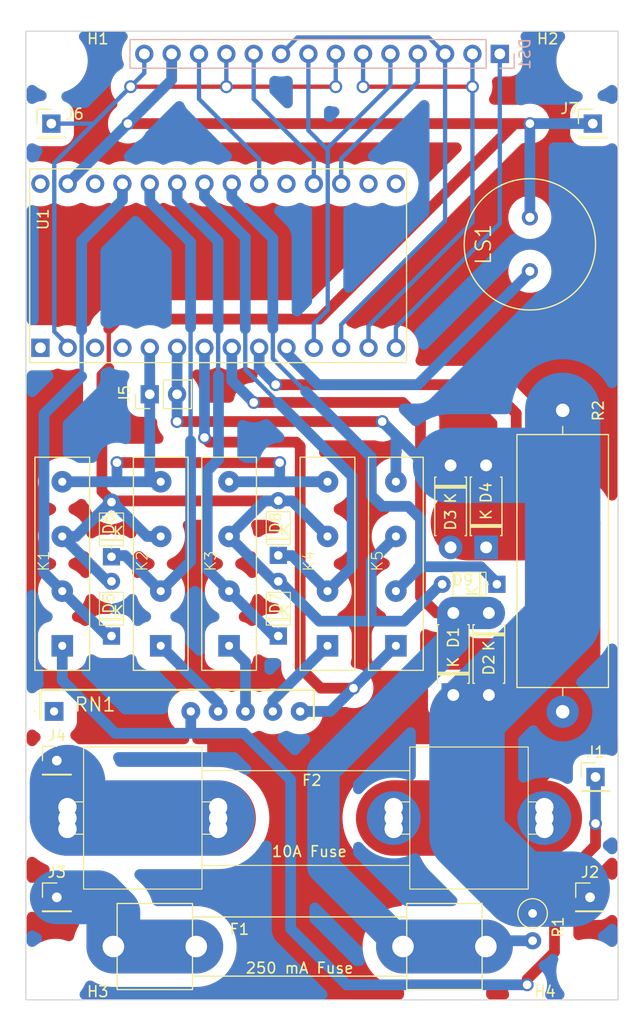
<source format=kicad_pcb>
(kicad_pcb (version 20221018) (generator pcbnew)
  (layers (0 "F.Cu" signal) (31 "B.Cu" signal) (34 "B.Paste" user) (35 "F.Paste" user) (36 "B.SilkS" user "B.Silkscreen") (37 "F.SilkS" user "F.Silkscreen") (38 "B.Mask" user) (39 "F.Mask" user) (44 "Edge.Cuts" user))
  (net 0 "")
  (net 1 "+3.3V")
  (net 2 "GND")
  (net 7 "/Speaker Control")
  (net 13 "/Input Common")
  (net 14 "/mA ADC In")
  (net 15 "/A ADC In")
  (net 16 "/TOUCH IRQ")
  (net 17 "/MISO")
  (net 18 "/MOSI")
  (net 19 "/TOUCH CS")
  (net 20 "/SCK")
  (net 21 "/TFT DC")
  (net 22 "/TFT CS")
  (net 23 "/mA In")
  (net 24 "/A In")
  (net 25 "/V{slash}Ohm In")
  (net 26 "/V{slash}Ohm ADC In")
  (net 27 "/Low Range Control")
  (net 28 "/Med Range Control")
  (net 29 "/High Range Control")
  (net 30 "/UH Range Control")
  (net 31 "/Ohm Vout")
  (net 32 "/V{slash}Ohm Control")
  (net 33 "Net-(K2-COM)")
  (net 34 "Net-(K3-COM)")
  (net 35 "Net-(K4-COM)")
  (footprint "502ProjectFootprints:SIL03-1A72-71_4" (layer "F.Cu") (at 139.192 102.87 90)
    (fp_text reference "K3" (at 0.254 -1.73 90 unlocked) (layer "F.SilkS") (effects (font (thickness 0.1))))
    (fp_text value "High Range")
    (pad "1" thru_hole rect (at -7.62 0 90) (size 2 2) (drill 0.75) (layers "*.Cu" "*.Mask") (net 34 "Net-(K3-COM)"))
    (pad "3" thru_hole circle (at -2.54 0 90) (size 2 2) (drill 0.75) (layers "*.Cu" "*.Mask" "Eco1.User") (net 29 "/High Range Control"))
    (pad "5" thru_hole circle (at 2.54 0 90) (size 2 2) (drill 0.75) (layers "*.Cu" "*.Mask") (net 2 "GND"))
    (pad "7" thru_hole circle (at 7.62 0 90) (size 2 2) (drill 0.75) (layers "*.Cu" "*.Mask") (net 26 "/V{slash}Ohm ADC In"))
  )
  (footprint "502ProjectFootprints:MountingHole_3mm" (layer "F.Cu") (at 172.593 140.716)
    (fp_text reference "H4" (at -4.064 1.905) (layer "F.SilkS"))
    (fp_text value "MountingHole")
    (pad "" np_thru_hole circle (at 0 0) (size 3 3) (drill 3) (layers "F&B.Cu" "*.Mask") (clearance 1.5))
  )
  (footprint "502ProjectFootprints:PinHeader_1x01_P2.54mm_Vertical_H0.9mm" (layer "F.Cu") (at 123.19 121.158)
    (fp_text reference "J4" (at 0 -2.33) (layer "F.SilkS"))
    (fp_text value "A")
    (pad "1" thru_hole rect (at 0 0) (size 1.7 1.7) (drill 0.9) (layers "*.Cu" "*.Mask") (net 24 "/A In"))
  )
  (footprint "Diode_THT:D_DO-41_SOD81_P7.62mm_Horizontal" (layer "F.Cu") (at 163.322 107.442 -90)
    (fp_text reference "D2" (at 4.826 0 -90) (layer "F.SilkS"))
    (fp_text value "1N4001")
    (fp_text user "K" (at 3.048 0 -90) (layer "F.SilkS"))
    (pad "1" thru_hole rect (at 0 0 270) (size 2.2 2.2) (drill 1.1) (layers "*.Cu" "*.Mask") (net 14 "/mA ADC In"))
    (pad "2" thru_hole oval (at 7.62 0 270) (size 2.2 2.2) (drill 1.1) (layers "*.Cu" "*.Mask") (net 13 "/Input Common"))
  )
  (footprint "502ProjectFootprints:D_DO-35_SOD27_P5.08mm_Horizontal" (layer "F.Cu") (at 143.764 102.091 90)
    (fp_text reference "D8" (at 3.048 -0.254 90) (layer "F.SilkS"))
    (fp_text value "1N4148")
    (fp_text user "K" (at 2.269 0.635 180) (layer "F.SilkS"))
    (pad "1" thru_hole rect (at 0 0 90) (size 1.6 1.6) (drill 0.8) (layers "*.Cu" "*.Mask") (net 30 "/UH Range Control"))
    (pad "2" thru_hole oval (at 5.08 0 90) (size 1.6 1.6) (drill 0.8) (layers "*.Cu" "*.Mask") (net 2 "GND"))
  )
  (footprint "502ProjectFootprints:PinHeader_1x01_P2.54mm_Vertical_H0.9mm" (layer "F.Cu") (at 172.974 61.976)
    (fp_text reference "J7" (at -2.159 -1.397) (layer "F.SilkS"))
    (fp_text value "GND")
    (pad "1" thru_hole rect (at 0 0) (size 1.7 1.7) (drill 0.9) (layers "*.Cu" "*.Mask") (net 2 "GND"))
  )
  (footprint "502ProjectFootprints:SIL03-1A72-71_4" (layer "F.Cu") (at 154.686 102.87 90)
    (fp_text reference "K5" (at 0.254 -1.73 90 unlocked) (layer "F.SilkS") (effects (font (thickness 0.1))))
    (fp_text value "V/Ohm Switch")
    (pad "1" thru_hole rect (at -7.62 0 90) (size 2 2) (drill 0.75) (layers "*.Cu" "*.Mask") (net 31 "/Ohm Vout"))
    (pad "3" thru_hole circle (at -2.54 0 90) (size 2 2) (drill 0.75) (layers "*.Cu" "*.Mask" "Eco1.User") (net 32 "/V{slash}Ohm Control"))
    (pad "5" thru_hole circle (at 2.54 0 90) (size 2 2) (drill 0.75) (layers "*.Cu" "*.Mask") (net 2 "GND"))
    (pad "7" thru_hole circle (at 7.62 0 90) (size 2 2) (drill 0.75) (layers "*.Cu" "*.Mask") (net 13 "/Input Common"))
  )
  (footprint "Diode_THT:D_DO-41_SOD81_P7.62mm_Horizontal" (layer "F.Cu") (at 160.02 115.062 90)
    (fp_text reference "D1" (at 5.334 0 90) (layer "F.SilkS"))
    (fp_text value "1N4001")
    (fp_text user "K" (at 3.048 0 90) (layer "F.SilkS"))
    (pad "1" thru_hole rect (at 0 0 90) (size 2.2 2.2) (drill 1.1) (layers "*.Cu" "*.Mask") (net 13 "/Input Common"))
    (pad "2" thru_hole oval (at 7.62 0 90) (size 2.2 2.2) (drill 1.1) (layers "*.Cu" "*.Mask") (net 14 "/mA ADC In"))
  )
  (footprint "502ProjectFootprints:PinHeader_1x01_P2.54mm_Vertical_H0.9mm" (layer "F.Cu") (at 123.19 133.858)
    (fp_text reference "J3" (at 0 -2.33) (layer "F.SilkS"))
    (fp_text value "mA")
    (pad "1" thru_hole rect (at 0 0) (size 1.7 1.7) (drill 0.9) (layers "*.Cu" "*.Mask") (net 23 "/mA In"))
  )
  (footprint "502ProjectFootprints:MountingHole_3mm" (layer "F.Cu") (at 123.063 140.716)
    (fp_text reference "H3" (at 3.937 1.905) (layer "F.SilkS"))
    (fp_text value "MountingHole")
    (pad "" np_thru_hole circle (at 0 0) (size 3 3) (drill 3) (layers "F&B.Cu" "*.Mask") (clearance 1.5))
  )
  (footprint "502ProjectFootprints:D_DO-35_SOD27_P5.08mm_Horizontal" (layer "F.Cu") (at 164.067 104.775 180)
    (fp_text reference "D9" (at 3.158 0.381) (layer "F.SilkS"))
    (fp_text value "1N4148")
    (fp_text user "K" (at 2.269 -0.635 90) (layer "F.SilkS"))
    (pad "1" thru_hole rect (at 0 0 180) (size 1.6 1.6) (drill 0.8) (layers "*.Cu" "*.Mask") (net 32 "/V{slash}Ohm Control"))
    (pad "2" thru_hole oval (at 5.08 0 180) (size 1.6 1.6) (drill 0.8) (layers "*.Cu" "*.Mask") (net 2 "GND"))
  )
  (footprint "Resistor_THT:R_Axial_DIN0207_L6.3mm_D2.5mm_P2.54mm_Vertical" (layer "F.Cu") (at 167.386 135.353 -90)
    (fp_text reference "R1" (at 1.27 -2.37 90) (layer "F.SilkS"))
    (fp_text value "5 Ohm")
    (pad "1" thru_hole circle (at 0 0 270) (size 1.6 1.6) (drill 0.8) (layers "*.Cu" "*.Mask") (net 13 "/Input Common"))
    (pad "2" thru_hole oval (at 2.54 0 270) (size 1.6 1.6) (drill 0.8) (layers "*.Cu" "*.Mask") (net 14 "/mA ADC In"))
  )
  (footprint "502ProjectFootprints:LOB-1528272_3" (layer "F.Cu") (at 170.18 102.616 90)
    (fp_text reference "R2" (at 13.97 3.302 90 unlocked) (layer "F.SilkS"))
    (fp_text value "0.05 Ohm")
    (pad "1" thru_hole circle (at -14 0 90) (size 3 3) (drill 1.25) (layers "*.Cu" "*.Mask") (net 15 "/A ADC In"))
    (pad "2" thru_hole circle (at 14 0 90) (size 3 3) (drill 1.25) (layers "*.Cu" "*.Mask") (net 13 "/Input Common"))
  )
  (footprint "502ProjectFootprints:MountingHole_3mm" (layer "F.Cu") (at 123.063 56.134)
    (fp_text reference "H1" (at 3.937 -2.032) (layer "F.SilkS"))
    (fp_text value "MountingHole")
    (pad "" np_thru_hole circle (at 0 0) (size 3 3) (drill 3) (layers "F&B.Cu" "*.Mask") (clearance 1.5))
  )
  (footprint "502ProjectFootprints:D_DO-35_SOD27_P5.08mm_Horizontal" (layer "F.Cu") (at 128.27 102.218 90)
    (fp_text reference "D6" (at 3.048 -0.254 90) (layer "F.SilkS"))
    (fp_text value "1N4148")
    (fp_text user "K" (at 2.269 0.635 180) (layer "F.SilkS"))
    (pad "1" thru_hole rect (at 0 0 90) (size 1.6 1.6) (drill 0.8) (layers "*.Cu" "*.Mask") (net 28 "/Med Range Control"))
    (pad "2" thru_hole oval (at 5.08 0 90) (size 1.6 1.6) (drill 0.8) (layers "*.Cu" "*.Mask") (net 2 "GND"))
  )
  (footprint "502ProjectFootprints:LF124041_6" (layer "F.Cu") (at 154.4763 126.492)
    (fp_text reference "F2" (at -7.6 -3.5 unlocked) (layer "F.SilkS"))
    (fp_text value "10A Fuse" hide)
    (fp_text user "10A Fuse" (at -11.4 3.7 unlocked) (layer "F.SilkS") (effects (justify left bottom)))
    (pad "1" thru_hole circle (at -30.2957 -1.016) (size 1.7 1.7) (drill 1.7) (layers "*.Cu" "*.Mask") (net 24 "/A In"))
    (pad "1" thru_hole circle (at -30.2957 0) (size 5 5) (drill 1.7) (layers "*.Cu" "*.Mask") (net 24 "/A In"))
    (pad "1" thru_hole circle (at -30.2957 1.016) (size 1.7 1.7) (drill 1.7) (layers "*.Cu" "*.Mask") (net 24 "/A In"))
    (pad "2" thru_hole circle (at -16.3003 -1.016) (size 1.7 1.7) (drill 1.7) (layers "*.Cu" "*.Mask") (net 24 "/A In"))
    (pad "2" thru_hole circle (at -16.3003 0) (size 5 5) (drill 1.7) (layers "*.Cu" "*.Mask") (net 24 "/A In"))
    (pad "2" thru_hole circle (at -16.3003 1.016) (size 1.7 1.7) (drill 1.7) (layers "*.Cu" "*.Mask") (net 24 "/A In"))
    (pad "3" thru_hole circle (at 0.0043 -1.016) (size 1.7 1.7) (drill 1.7) (layers "*.Cu" "*.Mask") (net 15 "/A ADC In"))
    (pad "3" thru_hole circle (at 0.0043 0) (size 5 5) (drill 1.7) (layers "*.Cu" "*.Mask") (net 15 "/A ADC In"))
    (pad "3" thru_hole circle (at 0.0043 1.016) (size 1.7 1.7) (drill 1.7) (layers "*.Cu" "*.Mask") (net 15 "/A ADC In"))
    (pad "4" thru_hole circle (at 13.9997 -1.016) (size 1.7 1.7) (drill 1.7) (layers "*.Cu" "*.Mask") (net 15 "/A ADC In"))
    (pad "4" thru_hole circle (at 13.9997 0) (size 5 5) (drill 1.7) (layers "*.Cu" "*.Mask") (net 15 "/A ADC In"))
    (pad "4" thru_hole circle (at 13.9997 1.016) (size 1.7 1.7) (drill 1.7) (layers "*.Cu" "*.Mask") (net 15 "/A ADC In"))
  )
  (footprint "502ProjectFootprints:PinHeader_1x01_P2.54mm_Vertical_H0.9mm" (layer "F.Cu") (at 173.228 122.682)
    (fp_text reference "J1" (at 0 -2.33) (layer "F.SilkS"))
    (fp_text value "V/Ohm")
    (pad "1" thru_hole rect (at 0 0) (size 1.7 1.7) (drill 0.9) (layers "*.Cu" "*.Mask") (net 25 "/V{slash}Ohm In"))
  )
  (footprint "502ProjectFootprints:D_DO-35_SOD27_P5.08mm_Horizontal" (layer "F.Cu") (at 128.27 109.584 90)
    (fp_text reference "D5" (at 3.048 -0.254 90) (layer "F.SilkS"))
    (fp_text value "1N4148")
    (fp_text user "K" (at 2.269 0.635 180) (layer "F.SilkS"))
    (pad "1" thru_hole rect (at 0 0 90) (size 1.6 1.6) (drill 0.8) (layers "*.Cu" "*.Mask") (net 27 "/Low Range Control"))
    (pad "2" thru_hole oval (at 5.08 0 90) (size 1.6 1.6) (drill 0.8) (layers "*.Cu" "*.Mask") (net 2 "GND"))
  )
  (footprint "502ProjectFootprints:PinHeader_1x01_P2.54mm_Vertical_H0.9mm" (layer "F.Cu") (at 172.72 133.858)
    (fp_text reference "J2" (at 0 -2.33) (layer "F.SilkS"))
    (fp_text value "Com")
    (pad "1" thru_hole rect (at 0 0) (size 1.7 1.7) (drill 0.9) (layers "*.Cu" "*.Mask") (net 13 "/Input Common"))
  )
  (footprint "502ProjectFootprints:PinHeader_1x01_P2.54mm_Vertical_H0.9mm" (layer "F.Cu") (at 122.682 61.976)
    (fp_text reference "J6" (at 2.159 -0.889) (layer "F.SilkS"))
    (fp_text value "3.3V")
    (pad "1" thru_hole rect (at 0 0) (size 1.7 1.7) (drill 0.9) (layers "*.Cu" "*.Mask") (net 1 "+3.3V"))
  )
  (footprint "502ProjectFootprints:SIL03-1A72-71_4" (layer "F.Cu") (at 123.698 102.87 90)
    (fp_text reference "K1" (at 0.254 -1.73 90 unlocked) (layer "F.SilkS") (effects (font (thickness 0.1))))
    (fp_text value "Low Range")
    (pad "1" thru_hole rect (at -7.62 0 90) (size 2 2) (drill 0.75) (layers "*.Cu" "*.Mask") (net 25 "/V{slash}Ohm In"))
    (pad "3" thru_hole circle (at -2.54 0 90) (size 2 2) (drill 0.75) (layers "*.Cu" "*.Mask" "Eco1.User") (net 27 "/Low Range Control"))
    (pad "5" thru_hole circle (at 2.54 0 90) (size 2 2) (drill 0.75) (layers "*.Cu" "*.Mask") (net 2 "GND"))
    (pad "7" thru_hole circle (at 7.62 0 90) (size 2 2) (drill 0.75) (layers "*.Cu" "*.Mask") (net 26 "/V{slash}Ohm ADC In"))
  )
  (footprint "502ProjectFootprints:PinHeader_1x02_P2.54mm_Vertical_H0.9mm" (layer "F.Cu") (at 131.821 87.122 90)
    (fp_text reference "J5" (at 0 -2.33 90) (layer "F.SilkS"))
    (fp_text value "Parallel Prot")
    (pad "1" thru_hole rect (at 0 0 90) (size 1.7 1.7) (drill 0.9) (layers "*.Cu" "*.Mask") (net 26 "/V{slash}Ohm ADC In"))
    (pad "2" thru_hole oval (at 0 2.54 90) (size 1.7 1.7) (drill 0.9) (layers "*.Cu" "*.Mask") (net 13 "/Input Common"))
  )
  (footprint "502ProjectFootprints:1776-C68-1" (layer "F.Cu") (at 122.936 116.586)
    (fp_text reference "RN1" (at 3.81 -0.635) (layer "F.SilkS") (effects (font (size 1.27 1.27))))
    (fp_text value "1776-C68" hide)
    (pad "1" thru_hole rect (at 0 0) (size 1.75 1.75) (drill 0.77) (layers "*.Cu" "*.Mask"))
    (pad "2" thru_hole circle (at 12.7 0) (size 1.75 1.75) (drill 0.77) (layers "*.Cu" "*.Mask") (net 25 "/V{slash}Ohm In"))
    (pad "3" thru_hole circle (at 15.24 0) (size 1.75 1.75) (drill 0.77) (layers "*.Cu" "*.Mask") (net 33 "Net-(K2-COM)"))
    (pad "4" thru_hole circle (at 17.78 0) (size 1.75 1.75) (drill 0.77) (layers "*.Cu" "*.Mask") (net 34 "Net-(K3-COM)"))
    (pad "5" thru_hole circle (at 20.32 0) (size 1.75 1.75) (drill 0.77) (layers "*.Cu" "*.Mask") (net 35 "Net-(K4-COM)"))
    (pad "6" thru_hole circle (at 22.86 0) (size 1.75 1.75) (drill 0.77) (layers "*.Cu" "*.Mask") (net 31 "/Ohm Vout"))
  )
  (footprint "502ProjectFootprints:D_DO-35_SOD27_P5.08mm_Horizontal" (layer "F.Cu") (at 143.764 109.584 90)
    (fp_text reference "D7" (at 3.048 -0.254 90) (layer "F.SilkS"))
    (fp_text value "1N4148")
    (fp_text user "K" (at 2.269 0.635 180) (layer "F.SilkS"))
    (pad "1" thru_hole rect (at 0 0 90) (size 1.6 1.6) (drill 0.8) (layers "*.Cu" "*.Mask") (net 29 "/High Range Control"))
    (pad "2" thru_hole oval (at 5.08 0 90) (size 1.6 1.6) (drill 0.8) (layers "*.Cu" "*.Mask") (net 2 "GND"))
  )
  (footprint "Diode_THT:D_DO-41_SOD81_P7.62mm_Horizontal" (layer "F.Cu") (at 163.068 101.346 90)
    (fp_text reference "D4" (at 5.08 0 90) (layer "F.SilkS"))
    (fp_text value "1N4001")
    (fp_text user "K" (at 3.048 0 90) (layer "F.SilkS"))
    (pad "1" thru_hole rect (at 0 0 90) (size 2.2 2.2) (drill 1.1) (layers "*.Cu" "*.Mask") (net 15 "/A ADC In"))
    (pad "2" thru_hole oval (at 7.62 0 90) (size 2.2 2.2) (drill 1.1) (layers "*.Cu" "*.Mask") (net 13 "/Input Common"))
  )
  (footprint "502ProjectFootprints:XDCR_PS1240P02BT" (layer "F.Cu") (at 167.132 73.192 90)
    (fp_text reference "LS1" (at 0 -4.318 90) (layer "F.SilkS") (effects (font (size 1.4 1.4))))
    (fp_text value "PS1240P02BT")
    (pad "1" thru_hole circle (at -2.5 0 90) (size 1.5 1.5) (drill 0.85) (layers "*.Cu" "*.Mask") (net 7 "/Speaker Control"))
    (pad "2" thru_hole circle (at 2.5 0 90) (size 1.5 1.5) (drill 0.85) (layers "*.Cu" "*.Mask") (net 2 "GND"))
  )
  (footprint "502ProjectFootprints:MountingHole_3mm" (layer "F.Cu") (at 172.593 56.134)
    (fp_text reference "H2" (at -3.81 -2.032) (layer "F.SilkS"))
    (fp_text value "MountingHole")
    (pad "" np_thru_hole circle (at 0 0) (size 3 3) (drill 3) (layers "F&B.Cu" "*.Mask") (clearance 1.5))
  )
  (footprint "502ProjectFootprints:LF124061_3" (layer "F.Cu") (at 136.144 138.43)
    (fp_text reference "F1" (at 4 -1.6 unlocked) (layer "F.SilkS"))
    (fp_text value "250mA Fuse")
    (fp_text user "250 mA Fuse" (at 9.6 2 unlocked) (layer "F.SilkS"))
    (pad "1" thru_hole circle (at -7.7 0) (size 4 4) (drill 2) (layers "*.Cu" "*.Mask") (net 23 "/mA In"))
    (pad "2" thru_hole circle (at 0 0) (size 4 4) (drill 2) (layers "*.Cu" "*.Mask") (net 23 "/mA In"))
    (pad "3" thru_hole circle (at 19.2 0) (size 4 4) (drill 2) (layers "*.Cu" "*.Mask") (net 14 "/mA ADC In"))
    (pad "4" thru_hole circle (at 26.9 0) (size 4 4) (drill 2) (layers "*.Cu" "*.Mask") (net 14 "/mA ADC In"))
  )
  (footprint "502ProjectFootprints:ItsyBitsy" (layer "F.Cu") (at 138.176 75.184 90)
    (fp_text reference "U1" (at 4.318 -16.256 90 unlocked) (layer "F.SilkS"))
    (fp_text value "ItsyBitsy_NRF52840_Big")
    (pad "1" thru_hole rect (at -7.62 -16.51 90) (size 1.7 1.7) (drill 1) (layers "*.Cu" "*.Mask"))
    (pad "2" thru_hole circle (at -7.62 -13.97 90) (size 1.7 1.7) (drill 1) (layers "*.Cu" "*.Mask") (net 1 "+3.3V"))
    (pad "3" thru_hole circle (at -7.62 -11.43 90) (size 1.7 1.7) (drill 1) (layers "*.Cu" "*.Mask"))
    (pad "4" thru_hole circle (at -7.62 -8.89 90) (size 1.7 1.7) (drill 1) (layers "*.Cu" "*.Mask"))
    (pad "5" thru_hole circle (at -7.62 -6.35 90) (size 1.7 1.7) (drill 1) (layers "*.Cu" "*.Mask") (net 26 "/V{slash}Ohm ADC In"))
    (pad "6" thru_hole circle (at -7.62 -3.81 90) (size 1.7 1.7) (drill 1) (layers "*.Cu" "*.Mask") (net 13 "/Input Common"))
    (pad "7" thru_hole circle (at -7.62 -1.27 90) (size 1.7 1.7) (drill 1) (layers "*.Cu" "*.Mask") (net 31 "/Ohm Vout"))
    (pad "8" thru_hole circle (at -7.62 1.27 90) (size 1.7 1.7) (drill 1) (layers "*.Cu" "*.Mask") (net 14 "/mA ADC In"))
    (pad "9" thru_hole circle (at -7.62 3.81 90) (size 1.7 1.7) (drill 1) (layers "*.Cu" "*.Mask") (net 15 "/A ADC In"))
    (pad "10" thru_hole circle (at -7.62 6.35 90) (size 1.7 1.7) (drill 1) (layers "*.Cu" "*.Mask") (net 7 "/Speaker Control"))
    (pad "11" thru_hole circle (at -7.62 8.89 90) (size 1.7 1.7) (drill 1) (layers "*.Cu" "*.Mask") (net 20 "/SCK"))
    (pad "12" thru_hole circle (at -7.62 11.43 90) (size 1.7 1.7) (drill 1) (layers "*.Cu" "*.Mask") (net 18 "/MOSI"))
    (pad "13" thru_hole circle (at -7.62 13.97 90) (size 1.7 1.7) (drill 1) (layers "*.Cu" "*.Mask") (net 17 "/MISO"))
    (pad "14" thru_hole circle (at -7.62 16.51 90) (size 1.7 1.7) (drill 1) (layers "*.Cu" "*.Mask") (net 16 "/TOUCH IRQ"))
    (pad "15" thru_hole circle (at 7.62 16.51 90) (size 1.7 1.7) (drill 1) (layers "*.Cu" "*.Mask"))
    (pad "16" thru_hole circle (at 7.62 13.97 90) (size 1.7 1.7) (drill 1) (layers "*.Cu" "*.Mask"))
    (pad "17" thru_hole circle (at 7.62 11.43 90) (size 1.7 1.7) (drill 1) (layers "*.Cu" "*.Mask") (net 19 "/TOUCH CS"))
    (pad "18" thru_hole circle (at 7.62 8.89 90) (size 1.7 1.7) (drill 1) (layers "*.Cu" "*.Mask") (net 21 "/TFT DC"))
    (pad "19" thru_hole circle (at 7.62 6.35 90) (size 1.7 1.7) (drill 1) (layers "*.Cu" "*.Mask"))
    (pad "20" thru_hole circle (at 7.62 3.81 90) (size 1.7 1.7) (drill 1) (layers "*.Cu" "*.Mask") (net 22 "/TFT CS"))
    (pad "21" thru_hole circle (at 7.62 1.27 90) (size 1.7 1.7) (drill 1) (layers "*.Cu" "*.Mask") (net 32 "/V{slash}Ohm Control"))
    (pad "22" thru_hole circle (at 7.62 -1.27 90) (size 1.7 1.7) (drill 1) (layers "*.Cu" "*.Mask") (net 30 "/UH Range Control"))
    (pad "23" thru_hole circle (at 7.62 -3.81 90) (size 1.7 1.7) (drill 1) (layers "*.Cu" "*.Mask") (net 29 "/High Range Control"))
    (pad "24" thru_hole circle (at 7.62 -6.35 90) (size 1.7 1.7) (drill 1) (layers "*.Cu" "*.Mask") (net 28 "/Med Range Control"))
    (pad "25" thru_hole circle (at 7.62 -8.89 90) (size 1.7 1.7) (drill 1) (layers "*.Cu" "*.Mask") (net 27 "/Low Range Control"))
    (pad "26" thru_hole circle (at 7.62 -11.43 90) (size 1.7 1.7) (drill 1) (layers "*.Cu" "*.Mask"))
    (pad "27" thru_hole circle (at 7.62 -13.97 90) (size 1.7 1.7) (drill 1) (layers "*.Cu" "*.Mask") (net 2 "GND"))
    (pad "28" thru_hole circle (at 7.62 -16.51 90) (size 1.7 1.7) (drill 1) (layers "*.Cu" "*.Mask"))
  )
  (footprint "502ProjectFootprints:SIL03-1A72-71_4" (layer "F.Cu") (at 132.842 102.87 90)
    (fp_text reference "K2" (at 0.254 -1.73 90 unlocked) (layer "F.SilkS") (effects (font (thickness 0.1))))
    (fp_text value "Medium Range")
    (pad "1" thru_hole rect (at -7.62 0 90) (size 2 2) (drill 0.75) (layers "*.Cu" "*.Mask") (net 33 "Net-(K2-COM)"))
    (pad "3" thru_hole circle (at -2.54 0 90) (size 2 2) (drill 0.75) (layers "*.Cu" "*.Mask" "Eco1.User") (net 28 "/Med Range Control"))
    (pad "5" thru_hole circle (at 2.54 0 90) (size 2 2) (drill 0.75) (layers "*.Cu" "*.Mask") (net 2 "GND"))
    (pad "7" thru_hole circle (at 7.62 0 90) (size 2 2) (drill 0.75) (layers "*.Cu" "*.Mask") (net 26 "/V{slash}Ohm ADC In"))
  )
  (footprint "502ProjectFootprints:SIL03-1A72-71_4" (layer "F.Cu") (at 148.336 102.87 90)
    (fp_text reference "K4" (at 0.254 -1.73 90 unlocked) (layer "F.SilkS") (effects (font (thickness 0.1))))
    (fp_text value "UH Range (Ohm Only)")
    (pad "1" thru_hole rect (at -7.62 0 90) (size 2 2) (drill 0.75) (layers "*.Cu" "*.Mask") (net 35 "Net-(K4-COM)"))
    (pad "3" thru_hole circle (at -2.54 0 90) (size 2 2) (drill 0.75) (layers "*.Cu" "*.Mask" "Eco1.User") (net 30 "/UH Range Control"))
    (pad "5" thru_hole circle (at 2.54 0 90) (size 2 2) (drill 0.75) (layers "*.Cu" "*.Mask") (net 2 "GND"))
    (pad "7" thru_hole circle (at 7.62 0 90) (size 2 2) (drill 0.75) (layers "*.Cu" "*.Mask") (net 26 "/V{slash}Ohm ADC In"))
  )
  (footprint "Diode_THT:D_DO-41_SOD81_P7.62mm_Horizontal" (layer "F.Cu") (at 159.766 93.726 -90)
    (fp_text reference "D3" (at 5.08 0 -90) (layer "F.SilkS"))
    (fp_text value "1N4001")
    (fp_text user "K" (at 3.048 0 -90) (layer "F.SilkS"))
    (pad "1" thru_hole rect (at 0 0 270) (size 2.2 2.2) (drill 1.1) (layers "*.Cu" "*.Mask") (net 13 "/Input Common"))
    (pad "2" thru_hole oval (at 7.62 0 270) (size 2.2 2.2) (drill 1.1) (layers "*.Cu" "*.Mask") (net 15 "/A ADC In"))
  )
  (footprint "502ProjectFootprints:PinHeader_1x14_P2.54mm_Vertical_H1.0" (layer "B.Cu") (at 164.338 55.499 90)
    (fp_text reference "DS1" (at 0 2.33 90) (layer "B.SilkS") (effects (justify mirror)))
    (fp_text value "TFT_Interface")
    (pad "1" thru_hole rect (at 0 0 90) (size 1.7 1.7) (drill 1) (layers "*.Cu" "*.Mask") (net 16 "/TOUCH IRQ"))
    (pad "2" thru_hole oval (at 0 -2.54 90) (size 1.7 1.7) (drill 1) (layers "*.Cu" "*.Mask") (net 17 "/MISO"))
    (pad "3" thru_hole oval (at 0 -5.08 90) (size 1.7 1.7) (drill 1) (layers "*.Cu" "*.Mask") (net 18 "/MOSI"))
    (pad "4" thru_hole oval (at 0 -7.62 90) (size 1.7 1.7) (drill 1) (layers "*.Cu" "*.Mask") (net 19 "/TOUCH CS"))
    (pad "5" thru_hole oval (at 0 -10.16 90) (size 1.7 1.7) (drill 1) (layers "*.Cu" "*.Mask") (net 20 "/SCK"))
    (pad "6" thru_hole oval (at 0 -12.7 90) (size 1.7 1.7) (drill 1) (layers "*.Cu" "*.Mask") (net 17 "/MISO"))
    (pad "7" thru_hole oval (at 0 -15.24 90) (size 1.7 1.7) (drill 1) (layers "*.Cu" "*.Mask") (net 1 "+3.3V"))
    (pad "8" thru_hole oval (at 0 -17.78 90) (size 1.7 1.7) (drill 1) (layers "*.Cu" "*.Mask") (net 20 "/SCK"))
    (pad "9" thru_hole oval (at 0 -20.32 90) (size 1.7 1.7) (drill 1) (layers "*.Cu" "*.Mask") (net 18 "/MOSI"))
    (pad "10" thru_hole oval (at 0 -22.86 90) (size 1.7 1.7) (drill 1) (layers "*.Cu" "*.Mask") (net 21 "/TFT DC"))
    (pad "11" thru_hole oval (at 0 -25.4 90) (size 1.7 1.7) (drill 1) (layers "*.Cu" "*.Mask") (net 1 "+3.3V"))
    (pad "12" thru_hole oval (at 0 -27.94 90) (size 1.7 1.7) (drill 1) (layers "*.Cu" "*.Mask") (net 22 "/TFT CS"))
    (pad "13" thru_hole oval (at 0 -30.48 90) (size 1.7 1.7) (drill 1) (layers "*.Cu" "*.Mask") (net 2 "GND"))
    (pad "14" thru_hole oval (at 0 -33.02 90) (size 1.7 1.7) (drill 1) (layers "*.Cu" "*.Mask") (net 1 "+3.3V"))
  )
  (gr_rect (start 120.318 53.388) (end 175.318 143.388) (stroke (width 0.1)) (fill none) (layer "Edge.Cuts"))
  (segment (start 130.048 58.547) (end 138.938 58.547) (width 0.4) (layer "F.Cu") (net 1))
  (segment (start 138.938 58.547) (end 149.098 58.547) (width 0.4) (layer "F.Cu") (net 1))
  (via (at 130.048 58.547) (size 1.2) (drill 0.8) (layers "F.Cu" "B.Cu") (net 1))
  (via (at 138.938 58.547) (size 1.2) (drill 0.8) (layers "F.Cu" "B.Cu") (net 1))
  (via (at 149.098 58.547) (size 1.2) (drill 0.8) (layers "F.Cu" "B.Cu") (net 1))
  (segment (start 122.956 81.3) (end 122.956 65.639) (width 0.4) (layer "B.Cu") (net 1))
  (segment (start 122.682 61.976) (end 126.619 61.976) (width 0.4) (layer "B.Cu") (net 1))
  (segment (start 138.938 55.499) (end 138.938 58.547) (width 0.4) (layer "B.Cu") (net 1))
  (segment (start 126.619 61.976) (end 126.6825 61.9125) (width 0.4) (layer "B.Cu") (net 1))
  (segment (start 124.206 82.55) (end 122.956 81.3) (width 0.4) (layer "B.Cu") (net 1))
  (segment (start 122.956 65.639) (end 126.6825 61.9125) (width 0.4) (layer "B.Cu") (net 1))
  (segment (start 126.6825 61.9125) (end 131.318 57.277) (width 0.4) (layer "B.Cu") (net 1))
  (segment (start 131.318 57.277) (end 131.318 55.499) (width 0.4) (layer "B.Cu") (net 1))
  (segment (start 149.098 58.547) (end 149.098 55.499) (width 0.4) (layer "B.Cu") (net 1))
  (segment (start 127.381 85.344) (end 128.016 84.709) (width 1) (layer "F.Cu") (net 2))
  (segment (start 128.905 80.137) (end 147.574 80.137) (width 1) (layer "F.Cu") (net 2))
  (segment (start 128.27 97.028) (end 127.381 96.139) (width 1) (layer "F.Cu") (net 2))
  (segment (start 128.016 84.709) (end 128.016 81.026) (width 0.4) (layer "F.Cu") (net 2))
  (segment (start 147.574 80.137) (end 165.735 61.976) (width 1) (layer "F.Cu") (net 2))
  (segment (start 165.735 61.976) (end 166.243 61.976) (width 1) (layer "F.Cu") (net 2))
  (segment (start 128.016 81.026) (end 128.905 80.137) (width 1) (layer "F.Cu") (net 2))
  (segment (start 166.243 61.976) (end 167.132 61.976) (width 1) (layer "F.Cu") (net 2))
  (segment (start 127.381 96.139) (end 127.381 85.344) (width 1) (layer "F.Cu") (net 2))
  (segment (start 143.764 97.028) (end 128.27 97.028) (width 1) (layer "F.Cu") (net 2))
  (segment (start 129.794 61.976) (end 166.243 61.976) (width 1) (layer "F.Cu") (net 2))
  (via (at 167.132 61.976) (size 1.2) (drill 0.8) (layers "F.Cu" "B.Cu") (net 2))
  (via (at 129.794 61.976) (size 1.2) (drill 0.8) (layers "F.Cu" "B.Cu") (net 2))
  (segment (start 145.034 97.028) (end 143.764 97.028) (width 1) (layer "B.Cu") (net 2))
  (segment (start 167.132 70.692) (end 167.132 65.826) (width 1) (layer "B.Cu") (net 2))
  (segment (start 124.206 67.564) (end 124.206 67.31) (width 1) (layer "B.Cu") (net 2))
  (segment (start 167.132 61.976) (end 171.958 61.976) (width 1) (layer "B.Cu") (net 2))
  (segment (start 142.494 97.028) (end 139.192 100.33) (width 1) (layer "B.Cu") (net 2))
  (segment (start 147.574 108.204) (end 155.431 108.204) (width 1) (layer "B.Cu") (net 2))
  (segment (start 131.572 100.33) (end 131.826 100.33) (width 1) (layer "B.Cu") (net 2))
  (segment (start 155.431 108.204) (end 158.987 104.648) (width 1) (layer "B.Cu") (net 2))
  (segment (start 128.27 96.774) (end 131.826 100.33) (width 0.4) (layer "B.Cu") (net 2))
  (segment (start 139.192 100.33) (end 143.256 104.394) (width 1) (layer "B.Cu") (net 2))
  (segment (start 171.958 61.976) (end 172.974 61.976) (width 1) (layer "B.Cu") (net 2))
  (segment (start 133.858 57.912) (end 133.858 55.499) (width 1) (layer "B.Cu") (net 2))
  (segment (start 143.764 97.028) (end 142.494 97.028) (width 1) (layer "B.Cu") (net 2))
  (segment (start 167.132 61.976) (end 167.132 65.826) (width 1) (layer "B.Cu") (net 2))
  (segment (start 143.764 104.394) (end 147.574 108.204) (width 1) (layer "B.Cu") (net 2))
  (segment (start 148.336 100.33) (end 145.034 97.028) (width 1) (layer "B.Cu") (net 2))
  (segment (start 124.968 100.33) (end 128.27 97.028) (width 1) (layer "B.Cu") (net 2))
  (segment (start 152.4 108.204) (end 152.4 102.616) (width 1) (layer "B.Cu") (net 2))
  (segment (start 152.4 102.616) (end 154.686 100.33) (width 1) (layer "B.Cu") (net 2))
  (segment (start 132.842 100.33) (end 131.826 100.33) (width 1) (layer "B.Cu") (net 2))
  (segment (start 128.27 104.394) (end 127.762 104.394) (width 1) (layer "B.Cu") (net 2))
  (segment (start 128.27 97.028) (end 131.572 100.33) (width 1) (layer "B.Cu") (net 2))
  (segment (start 127.762 104.394) (end 123.698 100.33) (width 1) (layer "B.Cu") (net 2))
  (segment (start 143.256 104.394) (end 143.764 104.394) (width 1) (layer "B.Cu") (net 2))
  (segment (start 124.206 67.564) (end 133.858 57.912) (width 1) (layer "B.Cu") (net 2))
  (segment (start 123.698 100.33) (end 124.968 100.33) (width 1) (layer "B.Cu") (net 2))
  (segment (start 144.526 83.312) (end 147.447 86.233) (width 1) (layer "B.Cu") (net 7))
  (segment (start 167.132 75.819) (end 167.132 75.692) (width 1) (layer "B.Cu") (net 7))
  (segment (start 144.526 82.55) (end 144.526 83.312) (width 1) (layer "B.Cu") (net 7))
  (segment (start 147.447 86.233) (end 156.718 86.233) (width 1) (layer "B.Cu") (net 7))
  (segment (start 156.718 86.233) (end 167.132 75.819) (width 1) (layer "B.Cu") (net 7))
  (segment (start 134.361 89.657) (end 152.151 89.657) (width 1) (layer "F.Cu") (net 13))
  (segment (start 152.151 89.657) (end 153.411 89.657) (width 1) (layer "F.Cu") (net 13))
  (segment (start 153.411 89.657) (end 153.416 89.662) (width 1) (layer "F.Cu") (net 13))
  (via (at 134.361 89.657) (size 1.2) (drill 0.8) (layers "F.Cu" "B.Cu") (net 13))
  (via (at 153.416 89.662) (size 1.2) (drill 0.8) (layers "F.Cu" "B.Cu") (net 13))
  (segment (start 166.243 133.096) (end 171.069 133.096) (width 7) (layer "B.Cu") (net 13))
  (segment (start 161.29 117.094) (end 161.29 128.143) (width 7) (layer "B.Cu") (net 13))
  (segment (start 134.361 87.122) (end 134.361 82.809) (width 1) (layer "B.Cu") (net 13))
  (segment (start 161.29 128.143) (end 166.243 133.096) (width 7) (layer "B.Cu") (net 13))
  (segment (start 134.361 89.657) (end 134.361 87.122) (width 1) (layer "B.Cu") (net 13))
  (segment (start 154.686 95.25) (end 154.686 90.932) (width 1) (layer "B.Cu") (net 13))
  (segment (start 153.416 89.662) (end 157.48 93.726) (width 1) (layer "B.Cu") (net 13))
  (segment (start 170.18 93.726) (end 170.18 108.204) (width 7) (layer "B.Cu") (net 13))
  (segment (start 134.361 82.809) (end 134.366 82.804) (width 1) (layer "B.Cu") (net 13))
  (segment (start 153.416 89.662) (end 154.686 90.932) (width 0.4) (layer "B.Cu") (net 13))
  (segment (start 163.322 115.062) (end 161.29 117.094) (width 7) (layer "B.Cu") (net 13))
  (segment (start 170.18 108.204) (end 163.322 115.062) (width 7) (layer "B.Cu") (net 13))
  (segment (start 154.686 90.932) (end 157.48 93.726) (width 0.4) (layer "B.Cu") (net 13))
  (segment (start 134.361 87.122) (end 134.361 82.555) (width 0.4) (layer "B.Cu") (net 13))
  (segment (start 159.766 93.726) (end 170.18 93.726) (width 7) (layer "B.Cu") (net 13))
  (segment (start 157.48 93.726) (end 159.766 93.726) (width 0.4) (layer "B.Cu") (net 13))
  (segment (start 170.18 88.616) (end 170.18 93.726) (width 7) (layer "B.Cu") (net 13))
  (segment (start 141.478 87.884) (end 155.321 87.884) (width 1) (layer "F.Cu") (net 14))
  (segment (start 155.344 138.43) (end 163.044 138.43) (width 5) (layer "F.Cu") (net 14))
  (segment (start 156.972 105.949634) (end 158.464366 107.442) (width 1) (layer "F.Cu") (net 14))
  (segment (start 158.464366 107.442) (end 160.02 107.442) (width 1) (layer "F.Cu") (net 14))
  (segment (start 155.321 87.884) (end 156.972 89.535) (width 1) (layer "F.Cu") (net 14))
  (segment (start 156.972 89.535) (end 156.972 105.949634) (width 1) (layer "F.Cu") (net 14))
  (via (at 141.478 87.884) (size 1.2) (drill 0.8) (layers "F.Cu" "B.Cu") (net 14))
  (segment (start 139.446 85.852) (end 141.478 87.884) (width 1) (layer "B.Cu") (net 14))
  (segment (start 163.322 107.442) (end 160.02 107.442) (width 3) (layer "B.Cu") (net 14))
  (segment (start 160.02 109.982) (end 147.955 122.047) (width 3) (layer "B.Cu") (net 14))
  (segment (start 139.446 82.804) (end 139.446 85.852) (width 1) (layer "B.Cu") (net 14))
  (segment (start 139.446 85.852) (end 139.446 82.55) (width 0.4) (layer "B.Cu") (net 14))
  (segment (start 147.955 122.047) (end 147.955 131.041) (width 3) (layer "B.Cu") (net 14))
  (segment (start 147.955 131.041) (end 155.344 138.43) (width 3) (layer "B.Cu") (net 14))
  (segment (start 167.386 137.893) (end 163.269 137.893) (width 1) (layer "B.Cu") (net 14))
  (segment (start 155.344 138.43) (end 163.044 138.43) (width 5) (layer "B.Cu") (net 14))
  (segment (start 163.269 137.893) (end 163.044 137.668) (width 1) (layer "B.Cu") (net 14))
  (segment (start 160.02 107.442) (end 160.02 109.982) (width 3) (layer "B.Cu") (net 14))
  (segment (start 170.18 99.06) (end 170.18 116.616) (width 7) (layer "F.Cu") (net 15))
  (segment (start 163.195 86.233) (end 143.526508 86.233) (width 1) (layer "F.Cu") (net 15))
  (segment (start 165.862 99.06) (end 161.417 99.06) (width 7) (layer "F.Cu") (net 15))
  (segment (start 165.862 99.06) (end 165.862 88.9) (width 1) (layer "F.Cu") (net 15))
  (segment (start 165.862 99.06) (end 170.18 99.06) (width 7) (layer "F.Cu") (net 15))
  (segment (start 170.18 116.616) (end 160.304 126.492) (width 7) (layer "F.Cu") (net 15))
  (segment (start 154.4806 126.492) (end 168.476 126.492) (width 7) (layer "F.Cu") (net 15))
  (segment (start 160.304 126.492) (end 154.4806 126.492) (width 7) (layer "F.Cu") (net 15))
  (segment (start 143.526508 86.233) (end 143.518254 86.224746) (width 1) (layer "F.Cu") (net 15))
  (segment (start 165.862 88.9) (end 163.195 86.233) (width 1) (layer "F.Cu") (net 15))
  (via (at 143.518254 86.224746) (size 1.2) (drill 0.8) (layers "F.Cu" "B.Cu") (net 15))
  (segment (start 141.986 82.804) (end 141.986 84.692492) (width 1) (layer "B.Cu") (net 15))
  (segment (start 141.986 84.692492) (end 141.986 82.55) (width 0.4) (layer "B.Cu") (net 15))
  (segment (start 141.986 84.692492) (end 143.518254 86.224746) (width 1) (layer "B.Cu") (net 15))
  (segment (start 154.686 82.804) (end 154.686 80.899) (width 0.4) (layer "B.Cu") (net 16))
  (segment (start 154.686 80.899) (end 164.338 71.247) (width 0.4) (layer "B.Cu") (net 16))
  (segment (start 164.338 71.247) (end 164.338 55.499) (width 0.4) (layer "B.Cu") (net 16))
  (segment (start 151.638 58.547) (end 161.798 58.547) (width 0.4) (layer "F.Cu") (net 17))
  (via (at 151.638 58.547) (size 1.2) (drill 0.8) (layers "F.Cu" "B.Cu") (net 17))
  (via (at 161.798 58.547) (size 1.2) (drill 0.8) (layers "F.Cu" "B.Cu") (net 17))
  (segment (start 152.146 80.772) (end 161.798 71.12) (width 0.4) (layer "B.Cu") (net 17))
  (segment (start 161.798 58.547) (end 161.798 55.499) (width 0.4) (layer "B.Cu") (net 17))
  (segment (start 151.638 55.499) (end 151.638 58.547) (width 0.4) (layer "B.Cu") (net 17))
  (segment (start 152.146 82.804) (end 152.146 80.772) (width 0.4) (layer "B.Cu") (net 17))
  (segment (start 161.798 71.12) (end 161.798 58.547) (width 0.4) (layer "B.Cu") (net 17))
  (segment (start 157.734 53.975) (end 159.258 55.499) (width 0.4) (layer "B.Cu") (net 18))
  (segment (start 159.258 70.993) (end 159.258 55.499) (width 0.4) (layer "B.Cu") (net 18))
  (segment (start 145.542 53.975) (end 157.734 53.975) (width 0.4) (layer "B.Cu") (net 18))
  (segment (start 149.606 80.645) (end 159.258 70.993) (width 0.4) (layer "B.Cu") (net 18))
  (segment (start 144.018 55.499) (end 145.542 53.975) (width 0.4) (layer "B.Cu") (net 18))
  (segment (start 149.606 82.804) (end 149.606 80.645) (width 0.4) (layer "B.Cu") (net 18))
  (segment (start 149.606 67.564) (end 149.606 65.2272) (width 0.4) (layer "B.Cu") (net 19))
  (segment (start 149.606 65.2272) (end 156.718 58.1152) (width 0.4) (layer "B.Cu") (net 19))
  (segment (start 156.718 58.1152) (end 156.718 55.499) (width 0.4) (layer "B.Cu") (net 19))
  (segment (start 148.356 64.242) (end 148.356 65.1837) (width 0.4) (layer "B.Cu") (net 20))
  (segment (start 154.178 55.499) (end 154.178 58.42) (width 0.4) (layer "B.Cu") (net 20))
  (segment (start 146.558 62.611) (end 148.356 64.409) (width 0.4) (layer "B.Cu") (net 20))
  (segment (start 148.356 64.409) (end 148.356 65.1837) (width 0.4) (layer "B.Cu") (net 20))
  (segment (start 146.558 55.499) (end 146.558 62.611) (width 0.4) (layer "B.Cu") (net 20))
  (segment (start 147.066 80.5688) (end 147.066 82.804) (width 0.4) (layer "B.Cu") (net 20))
  (segment (start 154.178 58.42) (end 148.356 64.242) (width 0.4) (layer "B.Cu") (net 20))
  (segment (start 148.356 79.2788) (end 147.066 80.5688) (width 0.4) (layer "B.Cu") (net 20))
  (segment (start 148.356 65.1837) (end 148.356 79.2788) (width 0.4) (layer "B.Cu") (net 20))
  (segment (start 141.478 59.69) (end 141.478 55.499) (width 0.4) (layer "B.Cu") (net 21))
  (segment (start 147.066 65.278) (end 141.478 59.69) (width 0.4) (layer "B.Cu") (net 21))
  (segment (start 147.066 67.564) (end 147.066 65.278) (width 0.4) (layer "B.Cu") (net 21))
  (segment (start 136.398 59.69) (end 136.398 55.499) (width 0.4) (layer "B.Cu") (net 22))
  (segment (start 141.986 65.278) (end 136.398 59.69) (width 0.4) (layer "B.Cu") (net 22))
  (segment (start 141.986 67.564) (end 141.986 65.278) (width 0.4) (layer "B.Cu") (net 22))
  (segment (start 136.144 138.43) (end 128.444 138.43) (width 5) (layer "F.Cu") (net 23))
  (segment (start 123.19 133.858) (end 127 133.858) (width 5) (layer "B.Cu") (net 23))
  (segment (start 128.444 138.43) (end 136.144 138.43) (width 5) (layer "B.Cu") (net 23))
  (segment (start 128.444 135.302) (end 128.444 138.43) (width 5) (layer "B.Cu") (net 23))
  (segment (start 127 133.858) (end 128.444 135.302) (width 5) (layer "B.Cu") (net 23))
  (segment (start 138.176 126.492) (end 124.1806 126.492) (width 7) (layer "F.Cu") (net 24))
  (segment (start 124.1806 123.2154) (end 124.206 123.19) (width 7) (layer "B.Cu") (net 24))
  (segment (start 124.1806 126.492) (end 124.1806 123.2154) (width 7) (layer "B.Cu") (net 24))
  (segment (start 124.1806 126.492) (end 138.086 126.492) (width 7) (layer "B.Cu") (net 24))
  (segment (start 173.228 129.032) (end 169.418 132.842) (width 1) (layer "F.Cu") (net 25))
  (segment (start 169.418 132.842) (end 169.418 138.938) (width 1) (layer "F.Cu") (net 25))
  (segment (start 166.878 141.478) (end 166.878 141.986) (width 1) (layer "F.Cu") (net 25))
  (segment (start 169.418 138.938) (end 166.878 141.478) (width 1) (layer "F.Cu") (net 25))
  (segment (start 173.228 127) (end 173.228 129.032) (width 1) (layer "F.Cu") (net 25))
  (via (at 173.228 127) (size 1.2) (drill 0.8) (layers "F.Cu" "B.Cu") (net 25))
  (via (at 166.878 141.986) (size 1.2) (drill 0.8) (layers "F.Cu" "B.Cu") (net 25))
  (segment (start 144.907 122.936) (end 144.907 136.779) (width 1) (layer "B.Cu") (net 25))
  (segment (start 144.907 136.779) (end 150.114 141.986) (width 1) (layer "B.Cu") (net 25))
  (segment (start 150.114 141.986) (end 166.878 141.986) (width 1) (layer "B.Cu") (net 25))
  (segment (start 123.698 110.49) (end 123.698 113.695) (width 1) (layer "B.Cu") (net 25))
  (segment (start 140.589 118.618) (end 144.907 122.936) (width 1) (layer "B.Cu") (net 25))
  (segment (start 135.636 118.618) (end 135.636 116.586) (width 1) (layer "B.Cu") (net 25))
  (segment (start 128.621 118.618) (end 140.589 118.618) (width 1) (layer "B.Cu") (net 25))
  (segment (start 173.228 127) (end 173.228 122.682) (width 1) (layer "B.Cu") (net 25))
  (segment (start 123.698 113.695) (end 128.621 118.618) (width 1) (layer "B.Cu") (net 25))
  (segment (start 143.891 93.472) (end 128.778 93.472) (width 1) (layer "F.Cu") (net 26))
  (via (at 128.778 93.472) (size 1.2) (drill 0.8) (layers "F.Cu" "B.Cu") (net 26))
  (via (at 143.891 93.472) (size 1.2) (drill 0.8) (layers "F.Cu" "B.Cu") (net 26))
  (segment (start 139.192 95.25) (end 140.97 95.25) (width 1) (layer "B.Cu") (net 26))
  (segment (start 143.891 95.25) (end 143.891 93.472) (width 1) (layer "B.Cu") (net 26))
  (segment (start 128.778 95.25) (end 123.698 95.25) (width 1) (layer "B.Cu") (net 26))
  (segment (start 131.821 82.809) (end 131.826 82.804) (width 1) (layer "B.Cu") (net 26))
  (segment (start 131.821 95.245) (end 131.826 95.25) (width 1) (layer "B.Cu") (net 26))
  (segment (start 143.891 95.25) (end 148.336 95.25) (width 1) (layer "B.Cu") (net 26))
  (segment (start 131.821 87.122) (end 131.821 82.809) (width 1) (layer "B.Cu") (net 26))
  (segment (start 131.826 95.25) (end 128.778 95.25) (width 1) (layer "B.Cu") (net 26))
  (segment (start 140.97 95.25) (end 143.891 95.25) (width 1) (layer "B.Cu") (net 26))
  (segment (start 131.821 87.122) (end 131.821 82.555) (width 0.4) (layer "B.Cu") (net 26))
  (segment (start 131.821 91.186) (end 131.821 87.122) (width 1) (layer "B.Cu") (net 26))
  (segment (start 132.842 95.25) (end 131.826 95.25) (width 1) (layer "B.Cu") (net 26))
  (segment (start 131.821 91.186) (end 131.821 95.245) (width 1) (layer "B.Cu") (net 26))
  (segment (start 128.778 93.472) (end 128.778 95.25) (width 1) (layer "B.Cu") (net 26))
  (segment (start 121.998 88.963884) (end 125.496 85.465884) (width 1) (layer "B.Cu") (net 27))
  (segment (start 129.286 69.088) (end 129.286 67.31) (width 0.4) (layer "B.Cu") (net 27))
  (segment (start 123.698 105.41) (end 122.298 104.01) (width 1) (layer "B.Cu") (net 27))
  (segment (start 127.762 109.474) (end 123.698 105.41) (width 1) (layer "B.Cu") (net 27))
  (segment (start 128.27 109.474) (end 127.762 109.474) (width 1) (layer "B.Cu") (net 27))
  (segment (start 129.286 69.088) (end 125.496 72.878) (width 1) (layer "B.Cu") (net 27))
  (segment (start 129.286 67.564) (end 129.286 69.088) (width 1) (layer "B.Cu") (net 27))
  (segment (start 125.496 72.878) (end 125.496 81.153) (width 1) (layer "B.Cu") (net 27))
  (segment (start 122.298 104.01) (end 121.998 103.71) (width 1) (layer "B.Cu") (net 27))
  (segment (start 121.998 103.71) (end 121.998 88.963884) (width 1) (layer "B.Cu") (net 27))
  (segment (start 125.496 85.465884) (end 125.496 81.153) (width 0.4) (layer "B.Cu") (net 27))
  (segment (start 135.616 73.005) (end 135.616 80.899) (width 1) (layer "B.Cu") (net 28))
  (segment (start 135.616 102.636) (end 135.616 91.44) (width 1) (layer "B.Cu") (net 28))
  (segment (start 128.27 102.108) (end 129.54 102.108) (width 1) (layer "B.Cu") (net 28))
  (segment (start 131.826 67.564) (end 131.826 69.215) (width 1) (layer "B.Cu") (net 28))
  (segment (start 132.842 105.41) (end 135.616 102.636) (width 1) (layer "B.Cu") (net 28))
  (segment (start 131.826 69.215) (end 135.616 73.005) (width 1) (layer "B.Cu") (net 28))
  (segment (start 131.826 69.215) (end 131.826 67.31) (width 0.4) (layer "B.Cu") (net 28))
  (segment (start 132.842 105.41) (end 129.54 102.108) (width 1) (layer "B.Cu") (net 28))
  (segment (start 135.616 91.44) (end 135.616 80.899) (width 0.4) (layer "B.Cu") (net 28))
  (segment (start 143.764 109.474) (end 143.256 109.474) (width 1) (layer "B.Cu") (net 29))
  (segment (start 134.366 67.564) (end 134.366 69.088) (width 1) (layer "B.Cu") (net 29))
  (segment (start 139.192 105.41) (end 137.16 103.378) (width 1) (layer "B.Cu") (net 29))
  (segment (start 138.206 93.188) (end 138.206 85.374) (width 1) (layer "B.Cu") (net 29))
  (segment (start 138.176 72.898) (end 138.176 80.518) (width 1) (layer "B.Cu") (net 29))
  (segment (start 143.256 109.474) (end 139.192 105.41) (width 1) (layer "B.Cu") (net 29))
  (segment (start 134.366 69.088) (end 138.176 72.898) (width 1) (layer "B.Cu") (net 29))
  (segment (start 137.16 103.378) (end 137.16 94.234) (width 1) (layer "B.Cu") (net 29))
  (segment (start 138.176 80.518) (end 138.176 81.026) (width 1) (layer "B.Cu") (net 29))
  (segment (start 137.16 94.234) (end 138.206 93.188) (width 1) (layer "B.Cu") (net 29))
  (segment (start 138.176 85.344) (end 138.176 81.026) (width 0.4) (layer "B.Cu") (net 29))
  (segment (start 134.366 69.088) (end 134.366 67.31) (width 0.4) (layer "B.Cu") (net 29))
  (segment (start 140.696 72.556081) (end 136.906 68.766081) (width 1) (layer "B.Cu") (net 30))
  (segment (start 140.696 81.026) (end 140.696 72.878) (width 0.4) (layer "B.Cu") (net 30))
  (segment (start 145.034 102.108) (end 144.526 102.108) (width 1) (layer "B.Cu") (net 30))
  (segment (start 136.906 68.766081) (end 136.906 67.564) (width 1) (layer "B.Cu") (net 30))
  (segment (start 145.288 89.408) (end 143.764 87.884) (width 1) (layer "B.Cu") (net 30))
  (segment (start 140.696 81.026) (end 140.696 72.556081) (width 1) (layer "B.Cu") (net 30))
  (segment (start 143.764 87.884) (end 140.696 84.816) (width 0.4) (layer "B.Cu") (net 30))
  (segment (start 144.526 102.108) (end 143.764 102.108) (width 1) (layer "B.Cu") (net 30))
  (segment (start 148.336 105.41) (end 150.622 103.124) (width 1) (layer "B.Cu") (net 30))
  (segment (start 140.696 72.878) (end 136.906 69.088) (width 0.4) (layer "B.Cu") (net 30))
  (segment (start 150.622 103.124) (end 150.622 94.742) (width 1) (layer "B.Cu") (net 30))
  (segment (start 150.622 94.742) (end 145.288 89.408) (width 1) (layer "B.Cu") (net 30))
  (segment (start 136.906 69.088) (end 136.906 67.31) (width 0.4) (layer "B.Cu") (net 30))
  (segment (start 140.696 84.816) (end 140.696 81.026) (width 0.4) (layer "B.Cu") (net 30))
  (segment (start 148.336 105.41) (end 145.034 102.108) (width 1) (layer "B.Cu") (net 30))
  (segment (start 145.796 112.522) (end 147.701 114.427) (width 1) (layer "F.Cu") (net 31))
  (segment (start 137.330701 91.567) (end 136.906 91.142299) (width 1) (layer "F.Cu") (net 31))
  (segment (start 145.796 91.948) (end 145.796 112.522) (width 1) (layer "F.Cu") (net 31))
  (segment (start 147.701 114.427) (end 150.749 114.427) (width 1) (layer "F.Cu") (net 31))
  (segment (start 145.415 91.567) (end 145.796 91.948) (width 1) (layer "F.Cu") (net 31))
  (segment (start 145.415 91.567) (end 137.330701 91.567) (width 1) (layer "F.Cu") (net 31))
  (via (at 150.749 114.427) (size 1.2) (drill 0.8) (layers "F.Cu" "B.Cu") (net 31))
  (via (at 136.906 91.142299) (size 1.2) (drill 0.8) (layers "F.Cu" "B.Cu") (net 31))
  (segment (start 136.906 82.804) (end 136.906 91.142299) (width 1) (layer "B.Cu") (net 31))
  (segment (start 148.59 116.586) (end 154.686 110.49) (width 1) (layer "B.Cu") (net 31))
  (segment (start 145.796 116.586) (end 148.59 116.586) (width 1) (layer "B.Cu") (net 31))
  (segment (start 146.304 86.868) (end 143.256 83.82) (width 0.4) (layer "B.Cu") (net 32))
  (segment (start 139.446 68.834) (end 143.256 72.644) (width 1) (layer "B.Cu") (net 32))
  (segment (start 143.256 83.82) (end 143.256 81.026) (width 0.4) (layer "B.Cu") (net 32))
  (segment (start 153.416 97.536) (end 152.4 96.52) (width 1) (layer "B.Cu") (net 32))
  (segment (start 156.464 103.632) (end 156.972 103.124) (width 1) (layer "B.Cu") (net 32))
  (segment (start 156.845 103.124) (end 156.464 103.124) (width 0.4) (layer "B.Cu") (net 32))
  (segment (start 156.867 103.146) (end 162.565 103.146) (width 1) (layer "B.Cu") (net 32))
  (segment (start 152.4 96.52) (end 152.4 92.964) (width 1) (layer "B.Cu") (net 32))
  (segment (start 156.972 103.124) (end 156.972 98.679) (width 1) (layer "B.Cu") (net 32))
  (segment (start 155.829 97.536) (end 153.416 97.536) (width 1) (layer "B.Cu") (net 32))
  (segment (start 162.565 103.146) (end 164.067 104.648) (width 1) (layer "B.Cu") (net 32))
  (segment (start 156.972 98.679) (end 155.829 97.536) (width 1) (layer "B.Cu") (net 32))
  (segment (start 154.686 105.41) (end 156.464 103.632) (width 1) (layer "B.Cu") (net 32))
  (segment (start 139.446 68.834) (end 139.446 67.31) (width 0.4) (layer "B.Cu") (net 32))
  (segment (start 143.256 72.644) (end 143.256 81.026) (width 1) (layer "B.Cu") (net 32))
  (segment (start 156.464 103.632) (end 156.464 103.124) (width 0.4) (layer "B.Cu") (net 32))
  (segment (start 152.4 92.964) (end 146.304 86.868) (width 1) (layer "B.Cu") (net 32))
  (segment (start 156.845 103.124) (end 156.867 103.146) (width 1) (layer "B.Cu") (net 32))
  (segment (start 139.446 67.564) (end 139.446 68.834) (width 1) (layer "B.Cu") (net 32))
  (segment (start 138.176 116.586) (end 138.176 115.824) (width 1) (layer "B.Cu") (net 33))
  (segment (start 138.176 115.824) (end 132.842 110.49) (width 1) (layer "B.Cu") (net 33))
  (segment (start 140.716 116.586) (end 140.716 112.014) (width 1) (layer "B.Cu") (net 34))
  (segment (start 140.716 112.014) (end 139.192 110.49) (width 1) (layer "B.Cu") (net 34))
  (segment (start 143.256 116.586) (end 143.256 115.57) (width 1) (layer "B.Cu") (net 35))
  (segment (start 143.256 115.57) (end 148.336 110.49) (width 1) (layer "B.Cu") (net 35))
  (zone (net 0) (net_name "") (layer "F.Cu") (connect_pads (clearance 0)) (min_thickness 0.25)
    (keepout (tracks allowed) (vias allowed) (pads allowed) (copperpour not_allowed) (footprints allowed))
    (fill (thermal_gap 0.5) (thermal_bridge_width 0.5))
    (polygon (pts (xy 125.349 119.634) (xy 137.16 119.634) (xy 137.16 133.477) (xy 125.349 133.477)))
  )
  (zone (net 0) (net_name "") (layer "F.Cu") (connect_pads (clearance 0)) (min_thickness 0.25)
    (keepout (tracks allowed) (vias allowed) (pads allowed) (copperpour not_allowed) (footprints allowed))
    (fill (thermal_gap 0.5) (thermal_bridge_width 0.5))
    (polygon (pts (xy 128.524 134.112) (xy 136.144 134.112) (xy 136.144 142.748) (xy 128.524 142.748)))
  )
  (zone (net 0) (net_name "") (layer "F.Cu") (connect_pads (clearance 0)) (min_thickness 0.25)
    (keepout (tracks allowed) (vias allowed) (pads allowed) (copperpour not_allowed) (footprints allowed))
    (fill (thermal_gap 0.5) (thermal_bridge_width 0.5))
    (polygon (pts (xy 155.575 119.634) (xy 167.132 119.634) (xy 167.132 133.477) (xy 155.575 133.477)))
  )
  (zone (net 0) (net_name "") (layer "F.Cu") (connect_pads (clearance 0)) (min_thickness 0.25)
    (keepout (tracks allowed) (vias allowed) (pads allowed) (copperpour not_allowed) (footprints allowed))
    (fill (thermal_gap 0.5) (thermal_bridge_width 0.5))
    (polygon (pts (xy 155.448 134.112) (xy 163.068 134.112) (xy 163.068 142.748) (xy 155.448 142.748)))
  )
  (zone (net 0) (net_name "") (layers "F&B.Cu") (priority 1) (connect_pads no (clearance 1.25)) (min_thickness 1) (fill yes (thermal_gap 0.5) (thermal_bridge_width 1) (island_removal_mode 1) (island_area_min 10))
    (polygon (pts (xy 120.396 53.34) (xy 175.26 53.34) (xy 175.26 143.51) (xy 120.396 143.51)))
  )
)
</source>
